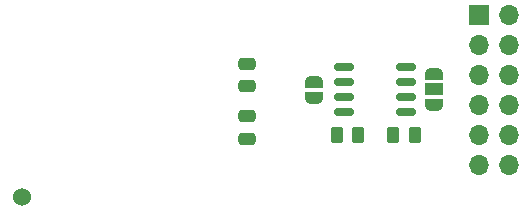
<source format=gbr>
%TF.GenerationSoftware,KiCad,Pcbnew,7.0.4*%
%TF.CreationDate,2023-05-26T13:29:51+02:00*%
%TF.ProjectId,RFM9xW_ANT,52464d39-7857-45f4-914e-542e6b696361,rev?*%
%TF.SameCoordinates,Original*%
%TF.FileFunction,Soldermask,Bot*%
%TF.FilePolarity,Negative*%
%FSLAX46Y46*%
G04 Gerber Fmt 4.6, Leading zero omitted, Abs format (unit mm)*
G04 Created by KiCad (PCBNEW 7.0.4) date 2023-05-26 13:29:51*
%MOMM*%
%LPD*%
G01*
G04 APERTURE LIST*
G04 Aperture macros list*
%AMRoundRect*
0 Rectangle with rounded corners*
0 $1 Rounding radius*
0 $2 $3 $4 $5 $6 $7 $8 $9 X,Y pos of 4 corners*
0 Add a 4 corners polygon primitive as box body*
4,1,4,$2,$3,$4,$5,$6,$7,$8,$9,$2,$3,0*
0 Add four circle primitives for the rounded corners*
1,1,$1+$1,$2,$3*
1,1,$1+$1,$4,$5*
1,1,$1+$1,$6,$7*
1,1,$1+$1,$8,$9*
0 Add four rect primitives between the rounded corners*
20,1,$1+$1,$2,$3,$4,$5,0*
20,1,$1+$1,$4,$5,$6,$7,0*
20,1,$1+$1,$6,$7,$8,$9,0*
20,1,$1+$1,$8,$9,$2,$3,0*%
%AMFreePoly0*
4,1,19,0.550000,-0.750000,0.000000,-0.750000,0.000000,-0.744911,-0.071157,-0.744911,-0.207708,-0.704816,-0.327430,-0.627875,-0.420627,-0.520320,-0.479746,-0.390866,-0.500000,-0.250000,-0.500000,0.250000,-0.479746,0.390866,-0.420627,0.520320,-0.327430,0.627875,-0.207708,0.704816,-0.071157,0.744911,0.000000,0.744911,0.000000,0.750000,0.550000,0.750000,0.550000,-0.750000,0.550000,-0.750000,
$1*%
%AMFreePoly1*
4,1,19,0.000000,0.744911,0.071157,0.744911,0.207708,0.704816,0.327430,0.627875,0.420627,0.520320,0.479746,0.390866,0.500000,0.250000,0.500000,-0.250000,0.479746,-0.390866,0.420627,-0.520320,0.327430,-0.627875,0.207708,-0.704816,0.071157,-0.744911,0.000000,-0.744911,0.000000,-0.750000,-0.550000,-0.750000,-0.550000,0.750000,0.000000,0.750000,0.000000,0.744911,0.000000,0.744911,
$1*%
%AMFreePoly2*
4,1,19,0.500000,-0.750000,0.000000,-0.750000,0.000000,-0.744911,-0.071157,-0.744911,-0.207708,-0.704816,-0.327430,-0.627875,-0.420627,-0.520320,-0.479746,-0.390866,-0.500000,-0.250000,-0.500000,0.250000,-0.479746,0.390866,-0.420627,0.520320,-0.327430,0.627875,-0.207708,0.704816,-0.071157,0.744911,0.000000,0.744911,0.000000,0.750000,0.500000,0.750000,0.500000,-0.750000,0.500000,-0.750000,
$1*%
%AMFreePoly3*
4,1,19,0.000000,0.744911,0.071157,0.744911,0.207708,0.704816,0.327430,0.627875,0.420627,0.520320,0.479746,0.390866,0.500000,0.250000,0.500000,-0.250000,0.479746,-0.390866,0.420627,-0.520320,0.327430,-0.627875,0.207708,-0.704816,0.071157,-0.744911,0.000000,-0.744911,0.000000,-0.750000,-0.500000,-0.750000,-0.500000,0.750000,0.000000,0.750000,0.000000,0.744911,0.000000,0.744911,
$1*%
G04 Aperture macros list end*
%ADD10R,1.700000X1.700000*%
%ADD11O,1.700000X1.700000*%
%ADD12C,1.524000*%
%ADD13FreePoly0,270.000000*%
%ADD14R,1.500000X1.000000*%
%ADD15FreePoly1,270.000000*%
%ADD16RoundRect,0.250000X0.475000X-0.250000X0.475000X0.250000X-0.475000X0.250000X-0.475000X-0.250000X0*%
%ADD17FreePoly2,270.000000*%
%ADD18FreePoly3,270.000000*%
%ADD19RoundRect,0.250000X-0.262500X-0.450000X0.262500X-0.450000X0.262500X0.450000X-0.262500X0.450000X0*%
%ADD20RoundRect,0.250000X0.262500X0.450000X-0.262500X0.450000X-0.262500X-0.450000X0.262500X-0.450000X0*%
%ADD21RoundRect,0.250000X-0.475000X0.250000X-0.475000X-0.250000X0.475000X-0.250000X0.475000X0.250000X0*%
%ADD22RoundRect,0.150000X0.675000X0.150000X-0.675000X0.150000X-0.675000X-0.150000X0.675000X-0.150000X0*%
G04 APERTURE END LIST*
D10*
%TO.C,J1*%
X149860000Y-43180000D03*
D11*
X152400000Y-43180000D03*
X149860000Y-45720000D03*
X152400000Y-45720000D03*
X149860000Y-48260000D03*
X152400000Y-48260000D03*
X149860000Y-50800000D03*
X152400000Y-50800000D03*
X149860000Y-53340000D03*
X152400000Y-53340000D03*
X149860000Y-55880000D03*
X152400000Y-55880000D03*
%TD*%
D12*
%TO.C,AE1*%
X111125000Y-58600000D03*
%TD*%
D13*
%TO.C,JP1*%
X146050000Y-48200000D03*
D14*
X146050000Y-49500000D03*
D15*
X146050000Y-50800000D03*
%TD*%
D16*
%TO.C,C1*%
X130175000Y-49210000D03*
X130175000Y-47310000D03*
%TD*%
D17*
%TO.C,JP2*%
X135890000Y-48895000D03*
D18*
X135890000Y-50195000D03*
%TD*%
D19*
%TO.C,R2*%
X142597500Y-53340000D03*
X144422500Y-53340000D03*
%TD*%
D20*
%TO.C,R1*%
X139620000Y-53340000D03*
X137795000Y-53340000D03*
%TD*%
D21*
%TO.C,C2*%
X130175000Y-51755000D03*
X130175000Y-53655000D03*
%TD*%
D22*
%TO.C,U2*%
X143680000Y-47625000D03*
X143680000Y-48895000D03*
X143680000Y-50165000D03*
X143680000Y-51435000D03*
X138430000Y-51435000D03*
X138430000Y-50165000D03*
X138430000Y-48895000D03*
X138430000Y-47625000D03*
%TD*%
M02*

</source>
